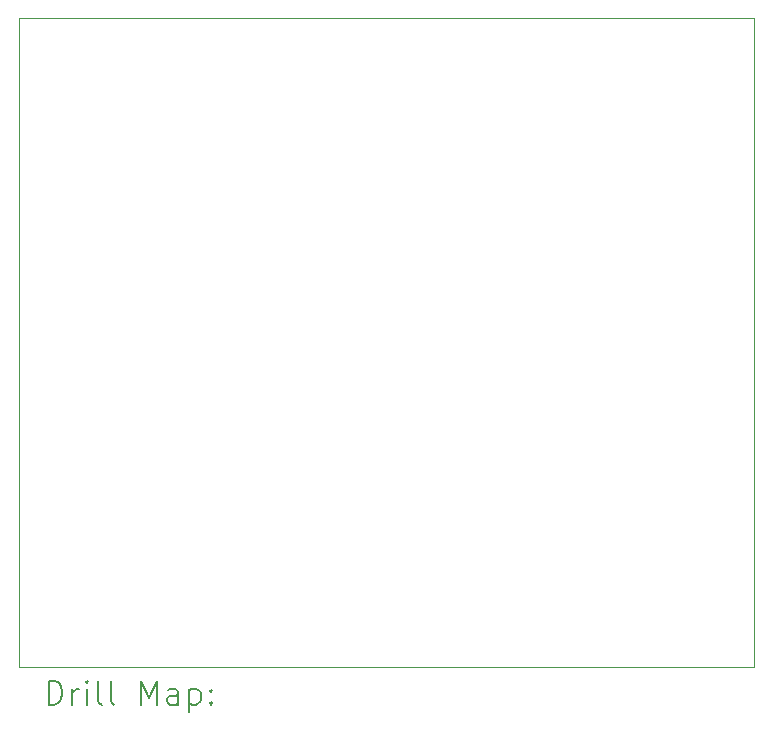
<source format=gbr>
%TF.GenerationSoftware,KiCad,Pcbnew,(6.0.11)*%
%TF.CreationDate,2023-04-19T21:38:36+02:00*%
%TF.ProjectId,FringeLocker,4672696e-6765-44c6-9f63-6b65722e6b69,0.1*%
%TF.SameCoordinates,Original*%
%TF.FileFunction,Drillmap*%
%TF.FilePolarity,Positive*%
%FSLAX45Y45*%
G04 Gerber Fmt 4.5, Leading zero omitted, Abs format (unit mm)*
G04 Created by KiCad (PCBNEW (6.0.11)) date 2023-04-19 21:38:36*
%MOMM*%
%LPD*%
G01*
G04 APERTURE LIST*
%ADD10C,0.100000*%
%ADD11C,0.200000*%
G04 APERTURE END LIST*
D10*
X10600000Y-5315000D02*
X16825000Y-5315000D01*
X16825000Y-5315000D02*
X16825000Y-10810000D01*
X16825000Y-10810000D02*
X10600000Y-10810000D01*
X10600000Y-10810000D02*
X10600000Y-5315000D01*
D11*
X10852619Y-11125476D02*
X10852619Y-10925476D01*
X10900238Y-10925476D01*
X10928810Y-10935000D01*
X10947857Y-10954048D01*
X10957381Y-10973095D01*
X10966905Y-11011190D01*
X10966905Y-11039762D01*
X10957381Y-11077857D01*
X10947857Y-11096905D01*
X10928810Y-11115952D01*
X10900238Y-11125476D01*
X10852619Y-11125476D01*
X11052619Y-11125476D02*
X11052619Y-10992143D01*
X11052619Y-11030238D02*
X11062143Y-11011190D01*
X11071667Y-11001667D01*
X11090714Y-10992143D01*
X11109762Y-10992143D01*
X11176429Y-11125476D02*
X11176429Y-10992143D01*
X11176429Y-10925476D02*
X11166905Y-10935000D01*
X11176429Y-10944524D01*
X11185952Y-10935000D01*
X11176429Y-10925476D01*
X11176429Y-10944524D01*
X11300238Y-11125476D02*
X11281190Y-11115952D01*
X11271667Y-11096905D01*
X11271667Y-10925476D01*
X11405000Y-11125476D02*
X11385952Y-11115952D01*
X11376428Y-11096905D01*
X11376428Y-10925476D01*
X11633571Y-11125476D02*
X11633571Y-10925476D01*
X11700238Y-11068333D01*
X11766905Y-10925476D01*
X11766905Y-11125476D01*
X11947857Y-11125476D02*
X11947857Y-11020714D01*
X11938333Y-11001667D01*
X11919286Y-10992143D01*
X11881190Y-10992143D01*
X11862143Y-11001667D01*
X11947857Y-11115952D02*
X11928809Y-11125476D01*
X11881190Y-11125476D01*
X11862143Y-11115952D01*
X11852619Y-11096905D01*
X11852619Y-11077857D01*
X11862143Y-11058810D01*
X11881190Y-11049286D01*
X11928809Y-11049286D01*
X11947857Y-11039762D01*
X12043095Y-10992143D02*
X12043095Y-11192143D01*
X12043095Y-11001667D02*
X12062143Y-10992143D01*
X12100238Y-10992143D01*
X12119286Y-11001667D01*
X12128809Y-11011190D01*
X12138333Y-11030238D01*
X12138333Y-11087381D01*
X12128809Y-11106429D01*
X12119286Y-11115952D01*
X12100238Y-11125476D01*
X12062143Y-11125476D01*
X12043095Y-11115952D01*
X12224048Y-11106429D02*
X12233571Y-11115952D01*
X12224048Y-11125476D01*
X12214524Y-11115952D01*
X12224048Y-11106429D01*
X12224048Y-11125476D01*
X12224048Y-11001667D02*
X12233571Y-11011190D01*
X12224048Y-11020714D01*
X12214524Y-11011190D01*
X12224048Y-11001667D01*
X12224048Y-11020714D01*
M02*

</source>
